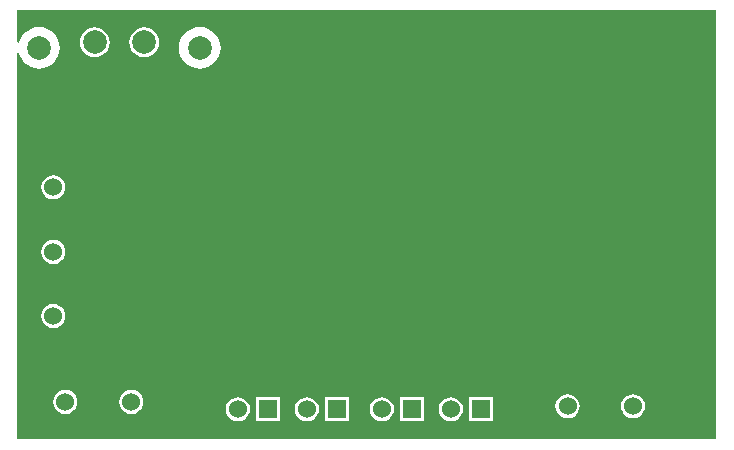
<source format=gbl>
G04*
G04 #@! TF.GenerationSoftware,Altium Limited,Altium Designer,19.1.5 (86)*
G04*
G04 Layer_Physical_Order=2*
G04 Layer_Color=16711680*
%FSLAX25Y25*%
%MOIN*%
G70*
G01*
G75*
%ADD36C,0.06000*%
%ADD37R,0.06000X0.06000*%
%ADD38R,0.06000X0.06000*%
%ADD39C,0.07874*%
%ADD40C,0.03200*%
G36*
X236470Y3530D02*
X3530D01*
Y132234D01*
X4030Y132308D01*
X4318Y131360D01*
X4959Y130161D01*
X5822Y129109D01*
X6873Y128246D01*
X8073Y127605D01*
X9375Y127210D01*
X10728Y127077D01*
X12082Y127210D01*
X13384Y127605D01*
X14583Y128246D01*
X15635Y129109D01*
X16498Y130161D01*
X17139Y131360D01*
X17534Y132662D01*
X17667Y134016D01*
X17534Y135370D01*
X17139Y136671D01*
X16498Y137871D01*
X15635Y138922D01*
X14583Y139785D01*
X13384Y140427D01*
X12082Y140821D01*
X10728Y140955D01*
X9375Y140821D01*
X8073Y140427D01*
X6873Y139785D01*
X5822Y138922D01*
X4959Y137871D01*
X4318Y136671D01*
X4030Y135724D01*
X3530Y135798D01*
Y146470D01*
X236470Y146470D01*
X236470Y3530D01*
D02*
G37*
%LPC*%
G36*
X45768Y140806D02*
X44479Y140637D01*
X43278Y140139D01*
X42247Y139348D01*
X41455Y138317D01*
X40958Y137116D01*
X40788Y135827D01*
X40958Y134538D01*
X41455Y133337D01*
X42247Y132306D01*
X43278Y131514D01*
X44479Y131017D01*
X45768Y130847D01*
X47056Y131017D01*
X48257Y131514D01*
X49289Y132306D01*
X50080Y133337D01*
X50578Y134538D01*
X50747Y135827D01*
X50578Y137116D01*
X50080Y138317D01*
X49289Y139348D01*
X48257Y140139D01*
X47056Y140637D01*
X45768Y140806D01*
D02*
G37*
G36*
X29232D02*
X27944Y140637D01*
X26743Y140139D01*
X25711Y139348D01*
X24920Y138317D01*
X24422Y137116D01*
X24253Y135827D01*
X24422Y134538D01*
X24920Y133337D01*
X25711Y132306D01*
X26743Y131514D01*
X27944Y131017D01*
X29232Y130847D01*
X30521Y131017D01*
X31722Y131514D01*
X32753Y132306D01*
X33545Y133337D01*
X34042Y134538D01*
X34212Y135827D01*
X34042Y137116D01*
X33545Y138317D01*
X32753Y139348D01*
X31722Y140139D01*
X30521Y140637D01*
X29232Y140806D01*
D02*
G37*
G36*
X64272Y140955D02*
X62918Y140821D01*
X61616Y140427D01*
X60417Y139785D01*
X59365Y138922D01*
X58502Y137871D01*
X57861Y136671D01*
X57466Y135370D01*
X57333Y134016D01*
X57466Y132662D01*
X57861Y131360D01*
X58502Y130161D01*
X59365Y129109D01*
X60417Y128246D01*
X61616Y127605D01*
X62918Y127210D01*
X64272Y127077D01*
X65625Y127210D01*
X66927Y127605D01*
X68127Y128246D01*
X69178Y129109D01*
X70041Y130161D01*
X70682Y131360D01*
X71077Y132662D01*
X71211Y134016D01*
X71077Y135370D01*
X70682Y136671D01*
X70041Y137871D01*
X69178Y138922D01*
X68127Y139785D01*
X66927Y140427D01*
X65625Y140821D01*
X64272Y140955D01*
D02*
G37*
G36*
X15500Y91535D02*
X14456Y91397D01*
X13483Y90994D01*
X12647Y90353D01*
X12006Y89517D01*
X11603Y88544D01*
X11466Y87500D01*
X11603Y86456D01*
X12006Y85483D01*
X12647Y84647D01*
X13483Y84006D01*
X14456Y83603D01*
X15500Y83465D01*
X16544Y83603D01*
X17517Y84006D01*
X18353Y84647D01*
X18994Y85483D01*
X19397Y86456D01*
X19534Y87500D01*
X19397Y88544D01*
X18994Y89517D01*
X18353Y90353D01*
X17517Y90994D01*
X16544Y91397D01*
X15500Y91535D01*
D02*
G37*
G36*
Y70034D02*
X14456Y69897D01*
X13483Y69494D01*
X12647Y68853D01*
X12006Y68017D01*
X11603Y67044D01*
X11466Y66000D01*
X11603Y64956D01*
X12006Y63983D01*
X12647Y63147D01*
X13483Y62506D01*
X14456Y62103D01*
X15500Y61966D01*
X16544Y62103D01*
X17517Y62506D01*
X18353Y63147D01*
X18994Y63983D01*
X19397Y64956D01*
X19534Y66000D01*
X19397Y67044D01*
X18994Y68017D01*
X18353Y68853D01*
X17517Y69494D01*
X16544Y69897D01*
X15500Y70034D01*
D02*
G37*
G36*
Y48653D02*
X14456Y48515D01*
X13483Y48112D01*
X12647Y47471D01*
X12006Y46635D01*
X11603Y45662D01*
X11466Y44618D01*
X11603Y43574D01*
X12006Y42601D01*
X12647Y41765D01*
X13483Y41124D01*
X14456Y40721D01*
X15500Y40584D01*
X16544Y40721D01*
X17517Y41124D01*
X18353Y41765D01*
X18994Y42601D01*
X19397Y43574D01*
X19534Y44618D01*
X19397Y45662D01*
X18994Y46635D01*
X18353Y47471D01*
X17517Y48112D01*
X16544Y48515D01*
X15500Y48653D01*
D02*
G37*
G36*
X41500Y20034D02*
X40456Y19897D01*
X39483Y19494D01*
X38647Y18853D01*
X38006Y18017D01*
X37603Y17044D01*
X37466Y16000D01*
X37603Y14956D01*
X38006Y13983D01*
X38647Y13147D01*
X39483Y12506D01*
X40456Y12103D01*
X41500Y11965D01*
X42544Y12103D01*
X43517Y12506D01*
X44353Y13147D01*
X44994Y13983D01*
X45397Y14956D01*
X45535Y16000D01*
X45397Y17044D01*
X44994Y18017D01*
X44353Y18853D01*
X43517Y19494D01*
X42544Y19897D01*
X41500Y20034D01*
D02*
G37*
G36*
X19500D02*
X18456Y19897D01*
X17483Y19494D01*
X16647Y18853D01*
X16006Y18017D01*
X15603Y17044D01*
X15465Y16000D01*
X15603Y14956D01*
X16006Y13983D01*
X16647Y13147D01*
X17483Y12506D01*
X18456Y12103D01*
X19500Y11965D01*
X20544Y12103D01*
X21517Y12506D01*
X22353Y13147D01*
X22994Y13983D01*
X23397Y14956D01*
X23535Y16000D01*
X23397Y17044D01*
X22994Y18017D01*
X22353Y18853D01*
X21517Y19494D01*
X20544Y19897D01*
X19500Y20034D01*
D02*
G37*
G36*
X208700Y18534D02*
X207656Y18397D01*
X206683Y17994D01*
X205847Y17353D01*
X205206Y16517D01*
X204803Y15544D01*
X204665Y14500D01*
X204803Y13456D01*
X205206Y12483D01*
X205847Y11647D01*
X206683Y11006D01*
X207656Y10603D01*
X208700Y10465D01*
X209744Y10603D01*
X210717Y11006D01*
X211553Y11647D01*
X212194Y12483D01*
X212597Y13456D01*
X212735Y14500D01*
X212597Y15544D01*
X212194Y16517D01*
X211553Y17353D01*
X210717Y17994D01*
X209744Y18397D01*
X208700Y18534D01*
D02*
G37*
G36*
X186900D02*
X185856Y18397D01*
X184883Y17994D01*
X184047Y17353D01*
X183406Y16517D01*
X183003Y15544D01*
X182866Y14500D01*
X183003Y13456D01*
X183406Y12483D01*
X184047Y11647D01*
X184883Y11006D01*
X185856Y10603D01*
X186900Y10465D01*
X187944Y10603D01*
X188917Y11006D01*
X189753Y11647D01*
X190394Y12483D01*
X190797Y13456D01*
X190935Y14500D01*
X190797Y15544D01*
X190394Y16517D01*
X189753Y17353D01*
X188917Y17994D01*
X187944Y18397D01*
X186900Y18534D01*
D02*
G37*
G36*
X162000Y17500D02*
X154000D01*
Y9500D01*
X162000D01*
Y17500D01*
D02*
G37*
G36*
X139000D02*
X131000D01*
Y9500D01*
X139000D01*
Y17500D01*
D02*
G37*
G36*
X114000D02*
X106000D01*
Y9500D01*
X114000D01*
Y17500D01*
D02*
G37*
G36*
X91000D02*
X83000D01*
Y9500D01*
X91000D01*
Y17500D01*
D02*
G37*
G36*
X148000Y17535D02*
X146956Y17397D01*
X145983Y16994D01*
X145147Y16353D01*
X144506Y15517D01*
X144103Y14544D01*
X143965Y13500D01*
X144103Y12456D01*
X144506Y11483D01*
X145147Y10647D01*
X145983Y10006D01*
X146956Y9603D01*
X148000Y9465D01*
X149044Y9603D01*
X150017Y10006D01*
X150853Y10647D01*
X151494Y11483D01*
X151897Y12456D01*
X152034Y13500D01*
X151897Y14544D01*
X151494Y15517D01*
X150853Y16353D01*
X150017Y16994D01*
X149044Y17397D01*
X148000Y17535D01*
D02*
G37*
G36*
X125000D02*
X123956Y17397D01*
X122983Y16994D01*
X122147Y16353D01*
X121506Y15517D01*
X121103Y14544D01*
X120966Y13500D01*
X121103Y12456D01*
X121506Y11483D01*
X122147Y10647D01*
X122983Y10006D01*
X123956Y9603D01*
X125000Y9465D01*
X126044Y9603D01*
X127017Y10006D01*
X127853Y10647D01*
X128494Y11483D01*
X128897Y12456D01*
X129034Y13500D01*
X128897Y14544D01*
X128494Y15517D01*
X127853Y16353D01*
X127017Y16994D01*
X126044Y17397D01*
X125000Y17535D01*
D02*
G37*
G36*
X100000D02*
X98956Y17397D01*
X97983Y16994D01*
X97147Y16353D01*
X96506Y15517D01*
X96103Y14544D01*
X95965Y13500D01*
X96103Y12456D01*
X96506Y11483D01*
X97147Y10647D01*
X97983Y10006D01*
X98956Y9603D01*
X100000Y9465D01*
X101044Y9603D01*
X102017Y10006D01*
X102853Y10647D01*
X103494Y11483D01*
X103897Y12456D01*
X104034Y13500D01*
X103897Y14544D01*
X103494Y15517D01*
X102853Y16353D01*
X102017Y16994D01*
X101044Y17397D01*
X100000Y17535D01*
D02*
G37*
G36*
X77000D02*
X75956Y17397D01*
X74983Y16994D01*
X74147Y16353D01*
X73506Y15517D01*
X73103Y14544D01*
X72966Y13500D01*
X73103Y12456D01*
X73506Y11483D01*
X74147Y10647D01*
X74983Y10006D01*
X75956Y9603D01*
X77000Y9465D01*
X78044Y9603D01*
X79017Y10006D01*
X79853Y10647D01*
X80494Y11483D01*
X80897Y12456D01*
X81034Y13500D01*
X80897Y14544D01*
X80494Y15517D01*
X79853Y16353D01*
X79017Y16994D01*
X78044Y17397D01*
X77000Y17535D01*
D02*
G37*
%LPD*%
D36*
X41500Y16000D02*
D03*
X19500D02*
D03*
X15500Y87500D02*
D03*
X77000Y13500D02*
D03*
X208700Y14500D02*
D03*
X15500Y66000D02*
D03*
Y44618D02*
D03*
X125000Y13500D02*
D03*
X100000D02*
D03*
X148000D02*
D03*
X186900Y14500D02*
D03*
D37*
X31500Y16000D02*
D03*
X9500D02*
D03*
X87000Y13500D02*
D03*
X218700Y14500D02*
D03*
X135000Y13500D02*
D03*
X110000D02*
D03*
X158000D02*
D03*
X196900Y14500D02*
D03*
D38*
X15500Y97500D02*
D03*
Y76000D02*
D03*
Y54618D02*
D03*
D39*
X64272Y134016D02*
D03*
X10728D02*
D03*
X45768Y135827D02*
D03*
X29232D02*
D03*
Y114173D02*
D03*
X45768D02*
D03*
D40*
X138000Y104000D02*
D03*
X146000D02*
D03*
X138000Y120000D02*
D03*
X146000D02*
D03*
X138000Y112000D02*
D03*
X146000D02*
D03*
Y128000D02*
D03*
X138000D02*
D03*
X146000Y136000D02*
D03*
X138000D02*
D03*
X162500Y56500D02*
D03*
X114000D02*
D03*
X76000Y47000D02*
D03*
M02*

</source>
